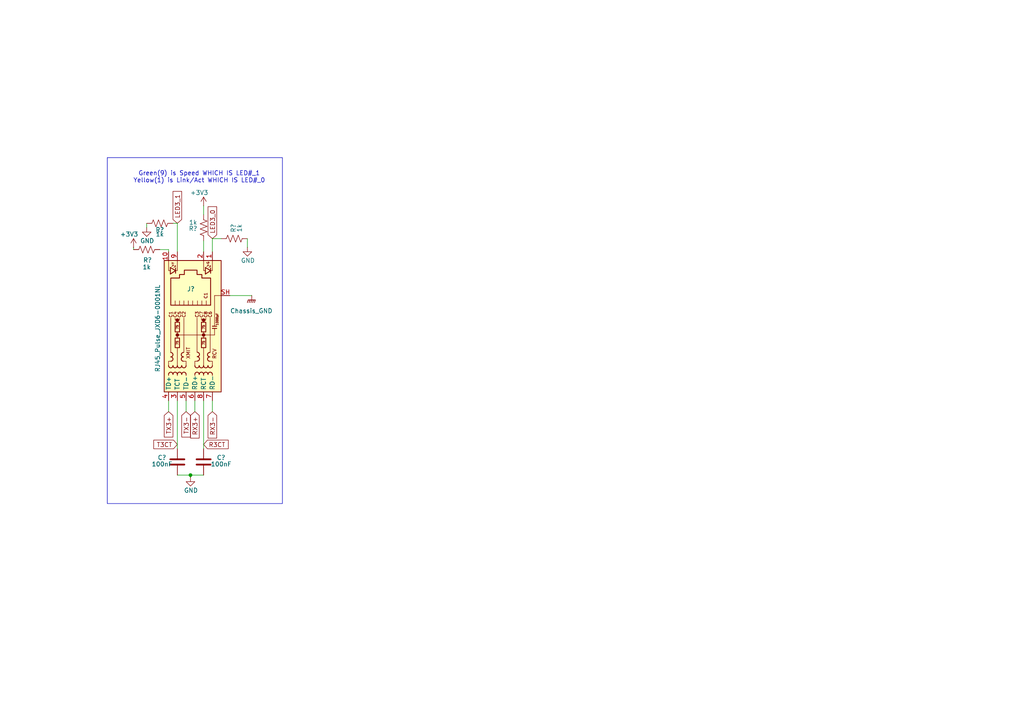
<source format=kicad_sch>
(kicad_sch (version 20250114) (generator "eeschema") (generator_version "9.0")
  (paper "A4")
  (title_block (date "2025-04-01") (rev "1") (company "Bronco Space") (comment 1 "SCALES") (comment 2 "By John Pollak"))
  (lib_symbols
    (symbol "Connector:RJ45_Pulse_JXD6-0001NL"
      (property "Reference" "J" (at 17.78 10.16 0))
      (property "Value" "RJ45_Pulse_JXD6-0001NL" (at -6.35 10.16 0))
      (symbol "RJ45_Pulse_JXD6-0001NL_0_0"
        (circle (center -1.27 5.08) (radius 0.0001) (stroke (width 0.508)))
        (polyline (pts (xy -1.27 5.08) (xy -1.27 -5.715)))
        (circle (center -1.27 -2.54) (radius 0.0001) (stroke (width 0.508)))
        (polyline (pts (xy 0.635 -5.08) (xy 0.635 -6.35)) (stroke (width 0.254)))
        (polyline (pts (xy 1.27 -5.08) (xy 1.27 -6.35)) (stroke (width 0.254)))
        (polyline (pts (xy 3.048 5.08) (xy 2.54 5.08)))
        (circle (center 3.048 5.08) (radius 0.0001) (stroke (width 0.508)))
        (polyline (pts (xy 3.048 -2.54) (xy 2.54 -2.54)))
        (circle (center 3.048 -2.54) (radius 0.0001) (stroke (width 0.508)))
        (polyline (pts (xy 3.683 5.715) (xy 3.048 5.715) (xy 3.048 4.445) (xy 3.683 4.445)))
        (polyline (pts (xy 3.683 -1.905) (xy 3.048 -1.905) (xy 3.048 -3.175) (xy 3.683 -3.175)))
        (polyline (pts (xy 17.399 7.112) (xy 17.399 7.62) (xy 20.32 7.62)))
        (polyline (pts (xy 17.399 -3.048) (xy 17.399 -2.54) (xy 20.32 -2.54)))
        (polyline (pts (xy 20.32 5.08) (xy 17.399 5.08) (xy 17.399 5.588)))
        (polyline (pts (xy 20.32 -5.08) (xy 17.399 -5.08) (xy 17.399 -4.572)))
        (text "XMIT" (at -8.255 1.905 0) (effects (font (size 1.016 1.016)) (justify left)))
        (text "RCV" (at -8.255 -5.715 0) (effects (font (size 1.016 1.016)) (justify left)))
        (text "C1" (at 4.699 6.985 0) (effects (font (size 0.889 0.889))))
        (text "C4" (at 4.699 5.715 0) (effects (font (size 0.889 0.889))))
        (text "C5" (at 4.699 4.445 0) (effects (font (size 0.889 0.889))))
        (text "C2" (at 4.699 3.175 0) (effects (font (size 0.889 0.889))))
        (text "C3" (at 4.699 -0.635 0) (effects (font (size 0.889 0.889))))
        (text "C7" (at 4.699 -1.905 0) (effects (font (size 0.889 0.889))))
        (text "C8" (at 4.699 -3.175 0) (effects (font (size 0.889 0.889))))
        (text "C6" (at 4.699 -4.445 0) (effects (font (size 0.889 0.889))))
        (text "C1" (at 10.16 -3.175 0) (effects (font (size 0.889 0.889))))
      )
      (symbol "RJ45_Pulse_JXD6-0001NL_0_1"
        (rectangle (start -17.78 8.89) (end 20.32 -7.62) (stroke (width 0.254)) (fill (type background)))
        (polyline (pts (xy -12.7 7.62) (xy -13.081 7.62)))
        (polyline (pts (xy -12.7 5.08) (xy -13.081 5.08)))
        (polyline (pts (xy -12.7 2.54) (xy -13.081 2.54)))
        (polyline (pts (xy -12.7 0) (xy -13.081 0)))
        (polyline (pts (xy -12.7 -2.54) (xy -13.081 -2.54)))
        (polyline (pts (xy -12.7 -5.08) (xy -13.081 -5.08)))
        (polyline (pts (xy -10.16 7.62) (xy -8.89 7.62) (xy -8.89 6.985)))
        (polyline (pts (xy -10.16 0) (xy -8.89 0) (xy -8.89 -0.635)))
        (polyline (pts (xy -8.89 3.175) (xy -8.89 2.54) (xy -10.16 2.54)))
        (polyline (pts (xy -8.89 -4.445) (xy -8.89 -5.08) (xy -10.16 -5.08)))
        (polyline (pts (xy -6.35 6.985) (xy 3.683 6.985)))
        (polyline (pts (xy -6.35 3.175) (xy 3.683 3.175)))
        (polyline (pts (xy -6.35 -4.445) (xy 3.683 -4.445)))
        (polyline (pts (xy -6.223 -0.635) (xy 3.683 -0.635)))
        (polyline (pts (xy -5.08 -2.54) (xy -10.16 -2.54)))
        (polyline (pts (xy -4.953 5.08) (xy -10.16 5.08)))
        (polyline (pts (xy -2.159 5.08) (xy -0.381 5.08)))
        (polyline (pts (xy -2.159 -2.54) (xy -0.381 -2.54)))
        (polyline (pts (xy 0.635 -5.715) (xy -1.27 -5.715)))
        (polyline (pts (xy 7.366 3.175) (xy 8.636 3.175)))
        (polyline (pts (xy 7.366 1.905) (xy 8.636 1.905)))
        (polyline (pts (xy 7.366 0.635) (xy 8.636 0.635)))
        (polyline (pts (xy 7.366 -0.762) (xy 8.636 -0.762)))
        (polyline (pts (xy 7.366 -2.032) (xy 8.636 -2.032)))
        (polyline (pts (xy 8.636 5.715) (xy 7.366 5.715)))
        (polyline (pts (xy 8.636 4.445) (xy 7.366 4.445)))
        (polyline (pts (xy 8.636 -3.302) (xy 7.366 -3.302)))
        (polyline (pts (xy 10.16 -5.715) (xy 1.27 -5.715)))
        (polyline (pts (xy 10.16 -5.715) (xy 10.16 -7.62)))
      )
      (symbol "RJ45_Pulse_JXD6-0001NL_1_0"
        (text "1000pF" (at 3.302 -6.477 0) (effects (font (size 0.635 0.635))))
      )
      (symbol "RJ45_Pulse_JXD6-0001NL_1_1"
        (arc (start -12.7 0) (mid -12.0677 -0.635) (end -12.7 -1.27) (stroke (width 0.254)))
        (arc (start -12.6973 7.62) (mid -12.065 6.985) (end -12.6973 6.35) (stroke (width 0.254)))
        (arc (start -12.6973 -1.27) (mid -12.065 -1.905) (end -12.6973 -2.54) (stroke (width 0.254)))
        (arc (start -12.6973 -2.54) (mid -12.065 -3.175) (end -12.6973 -3.81) (stroke (width 0.254)))
        (arc (start -12.6973 -3.81) (mid -12.065 -4.445) (end -12.6973 -5.08) (stroke (width 0.254)))
        (arc (start -12.6946 6.35) (mid -12.0623 5.715) (end -12.6946 5.08) (stroke (width 0.254)))
        (arc (start -12.6946 5.08) (mid -12.0623 4.445) (end -12.6946 3.81) (stroke (width 0.254)))
        (arc (start -12.6946 3.81) (mid -12.0623 3.175) (end -12.6946 2.54) (stroke (width 0.254)))
        (arc (start -10.1654 6.35) (mid -10.7977 6.985) (end -10.1654 7.62) (stroke (width 0.254)))
        (arc (start -10.1654 5.08) (mid -10.7977 5.715) (end -10.1654 6.35) (stroke (width 0.254)))
        (arc (start -10.1654 3.81) (mid -10.7977 4.445) (end -10.1654 5.08) (stroke (width 0.254)))
        (arc (start -10.1654 -1.27) (mid -10.7977 -0.635) (end -10.1654 0) (stroke (width 0.254)))
        (arc (start -10.1654 -2.54) (mid -10.7977 -1.905) (end -10.1654 -1.27) (stroke (width 0.254)))
        (arc (start -10.1654 -3.81) (mid -10.7977 -3.175) (end -10.1654 -2.54) (stroke (width 0.254)))
        (arc (start -10.1627 2.54) (mid -10.795 3.175) (end -10.1627 3.81) (stroke (width 0.254)))
        (arc (start -10.1627 -5.08) (mid -10.795 -4.445) (end -10.1627 -3.81) (stroke (width 0.254)))
        (arc (start -7.62 6.9823) (mid -8.255 6.35) (end -8.89 6.9823) (stroke (width 0.254)))
        (arc (start -8.89 3.3047) (mid -8.255 3.937) (end -7.62 3.3047) (stroke (width 0.254)))
        (arc (start -8.89 -4.3153) (mid -8.255 -3.683) (end -7.62 -4.3153) (stroke (width 0.254)))
        (arc (start -7.5565 -0.7012) (mid -8.1915 -1.3335) (end -8.8265 -0.7012) (stroke (width 0.254)))
        (arc (start -6.35 6.985) (mid -6.985 6.3527) (end -7.62 6.985) (stroke (width 0.254)))
        (arc (start -7.62 3.3074) (mid -6.985 3.9397) (end -6.35 3.3074) (stroke (width 0.254)))
        (arc (start -7.62 -4.3126) (mid -6.985 -3.6803) (end -6.35 -4.3126) (stroke (width 0.254)))
        (arc (start -6.2865 -0.6985) (mid -6.9215 -1.3308) (end -7.5565 -0.6985) (stroke (width 0.254)))
        (rectangle (start -4.953 5.715) (end -2.159 4.445) (stroke (width 0.254)))
        (rectangle (start -4.953 -1.905) (end -2.159 -3.175) (stroke (width 0.254)))
        (rectangle (start -0.381 5.715) (end 2.413 4.445) (stroke (width 0.254)))
        (rectangle (start -0.381 -1.905) (end 2.413 -3.175) (stroke (width 0.254)))
        (polyline (pts (xy 7.366 -4.572) (xy 7.366 6.985) (xy 15.24 6.985) (xy 15.24 4.445) (xy 16.256 4.445) (xy 16.256 3.048) (xy 17.526 3.048) (xy 17.526 -0.635) (xy 16.256 -0.635) (xy 16.256 -2.032) (xy 15.24 -2.032) (xy 15.24 -4.572) (xy 7.366 -4.572)) (stroke (width 0.254)))
        (polyline (pts (xy 18.161 5.588) (xy 16.637 5.588)) (stroke (width 0.254)))
        (polyline (pts (xy 18.161 -4.572) (xy 16.637 -4.572)) (stroke (width 0.254)))
        (polyline (pts (xy 18.288 7.112) (xy 16.383 7.112) (xy 17.399 5.588) (xy 18.288 7.112)) (stroke (width 0.254)))
        (polyline (pts (xy 18.288 6.096) (xy 18.796 5.588) (xy 18.542 5.588)))
        (polyline (pts (xy 18.288 -3.048) (xy 16.383 -3.048) (xy 17.399 -4.572) (xy 18.288 -3.048)) (stroke (width 0.254)))
        (polyline (pts (xy 18.288 -4.064) (xy 18.796 -4.572) (xy 18.542 -4.572)))
        (polyline (pts (xy 18.542 6.731) (xy 19.05 6.223) (xy 18.796 6.223)))
        (polyline (pts (xy 18.542 -3.429) (xy 19.05 -3.937) (xy 18.796 -3.937)))
        (polyline (pts (xy 18.796 5.588) (xy 18.796 5.842)))
        (polyline (pts (xy 18.796 -4.572) (xy 18.796 -4.318)))
        (polyline (pts (xy 19.05 6.223) (xy 19.05 6.477)))
        (polyline (pts (xy 19.05 -3.937) (xy 19.05 -3.683)))
        (text "75" (at -3.556 5.08 0) (effects (font (size 0.635 0.635))))
        (text "75" (at -3.556 -2.54 0) (effects (font (size 0.635 0.635))))
        (text "75" (at 1.016 5.08 0) (effects (font (size 0.635 0.635))))
        (text "75" (at 1.016 -2.54 0) (effects (font (size 0.635 0.635))))
        (text "Y" (at 19.558 6.35 0) (effects (font (size 0.635 0.635))))
        (text "G" (at 19.685 -3.81 0) (effects (font (size 0.635 0.635))))
        (pin passive line (at -20.32 7.62 0) (length 2.54) (name "TD+") (number "4"))
        (pin passive line (at -20.32 5.08 0) (length 2.54) (name "TCT") (number "3"))
        (pin passive line (at -20.32 2.54 0) (length 2.54) (name "TD-") (number "5"))
        (pin passive line (at -20.32 0 0) (length 2.54) (name "RD+") (number "6"))
        (pin passive line (at -20.32 -2.54 0) (length 2.54) (name "RCT") (number "8"))
        (pin passive line (at -20.32 -5.08 0) (length 2.54) (name "RD-") (number "7"))
        (pin power_in line (at 10.16 -10.16 90) (length 2.54) (name "") (number "SH"))
        (pin passive line (at 22.86 7.62 180) (length 2.54) (name "") (number "10"))
        (pin passive line (at 22.86 5.08 180) (length 2.54) (name "") (number "9"))
        (pin passive line (at 22.86 -2.54 180) (length 2.54) (name "") (number "2"))
        (pin passive line (at 22.86 -5.08 180) (length 2.54) (name "") (number "1"))
      )
    )
    (symbol "Device:C" (pin_numbers (hide yes)) (pin_names (offset 0.254))
      (property "Reference" "C" (at 0.635 2.54 0))
      (property "Value" "C" (at 0.635 -2.54 0))
      (symbol "C_0_1"
        (polyline (pts (xy -2.032 0.762) (xy 2.032 0.762)) (stroke (width 0.508)))
        (polyline (pts (xy -2.032 -0.762) (xy 2.032 -0.762)) (stroke (width 0.508)))
      )
      (symbol "C_1_1"
        (pin passive line (at 0 3.81 270) (length 2.794) (name "~") (number "1"))
        (pin passive line (at 0 -3.81 90) (length 2.794) (name "~") (number "2"))
      )
    )
    (symbol "Device:R_US" (pin_numbers (hide yes)) (pin_names (offset 0))
      (property "Reference" "R" (at 2.54 0 90))
      (property "Value" "R_US" (at -2.54 0 90))
      (symbol "R_US_0_1"
        (polyline (pts (xy 0 2.286) (xy 0 2.54)))
        (polyline (pts (xy 0 2.286) (xy 1.016 1.905) (xy 0 1.524) (xy -1.016 1.143) (xy 0 0.762)))
        (polyline (pts (xy 0 0.762) (xy 1.016 0.381) (xy 0 0) (xy -1.016 -0.381) (xy 0 -0.762)))
        (polyline (pts (xy 0 -0.762) (xy 1.016 -1.143) (xy 0 -1.524) (xy -1.016 -1.905) (xy 0 -2.286)))
        (polyline (pts (xy 0 -2.286) (xy 0 -2.54)))
      )
      (symbol "R_US_1_1"
        (pin passive line (at 0 3.81 270) (length 1.27) (name "~") (number "1"))
        (pin passive line (at 0 -3.81 90) (length 1.27) (name "~") (number "2"))
      )
    )
    (symbol "power:+3V3" (power) (pin_numbers (hide yes)) (pin_names (offset 0) (hide yes))
      (property "Value" "+3V3" (at 0 3.556 0))
      (symbol "+3V3_0_1"
        (polyline (pts (xy -0.762 1.27) (xy 0 2.54)))
        (polyline (pts (xy 0 2.54) (xy 0.762 1.27)))
        (polyline (pts (xy 0 0) (xy 0 2.54)))
      )
      (symbol "+3V3_1_1"
        (pin power_in line (at 0 0 90) (length 0) (name "~") (number "1"))
      )
    )
    (symbol "power:GND" (power) (pin_numbers (hide yes)) (pin_names (offset 0) (hide yes))
      (property "Value" "GND" (at 0 -3.81 0))
      (symbol "GND_0_1"
        (polyline (pts (xy 0 0) (xy 0 -1.27) (xy 1.27 -1.27) (xy 0 -2.54) (xy -1.27 -1.27) (xy 0 -1.27)))
      )
      (symbol "GND_1_1"
        (pin power_in line (at 0 0 270) (length 0) (name "~") (number "1"))
      )
    )
    (symbol "power:GNDPWR" (power) (pin_numbers (hide yes)) (pin_names (offset 0) (hide yes))
      (property "Value" "GNDPWR" (at 0 -3.302 0))
      (symbol "GNDPWR_0_1"
        (polyline (pts (xy -1.016 -1.27) (xy -1.27 -2.032) (xy -1.27 -2.032)) (stroke (width 0.2032)))
        (polyline (pts (xy -0.508 -1.27) (xy -0.762 -2.032) (xy -0.762 -2.032)) (stroke (width 0.2032)))
        (polyline (pts (xy 0 -1.27) (xy 0 0)))
        (polyline (pts (xy 0 -1.27) (xy -0.254 -2.032) (xy -0.254 -2.032)) (stroke (width 0.2032)))
        (polyline (pts (xy 0.508 -1.27) (xy 0.254 -2.032) (xy 0.254 -2.032)) (stroke (width 0.2032)))
        (polyline (pts (xy 1.016 -1.27) (xy -1.016 -1.27) (xy -1.016 -1.27)) (stroke (width 0.2032)))
        (polyline (pts (xy 1.016 -1.27) (xy 0.762 -2.032) (xy 0.762 -2.032) (xy 0.762 -2.032)) (stroke (width 0.2032)))
      )
      (symbol "GNDPWR_1_1"
        (pin power_in line (at 0 0 270) (length 0) (name "~") (number "1"))
      )
    )
  )
  (rectangle (start 31.115 45.72) (end 81.915 146.05))
  (text "Green(9) is Speed WHICH IS LED#_1\nYellow(1) is Link/Act WHICH IS LED#_0\n" (at 57.785 51.435 0) (effects (font (size 1.27 1.27))))
  (junction (at 55.245 137.795))
  (wire (pts (xy 56.515 119.38) (xy 56.515 116.205)))
  (wire (pts (xy 61.595 119.38) (xy 61.595 116.205)))
  (wire (pts (xy 42.545 64.77) (xy 42.545 66.04)))
  (wire (pts (xy 51.435 64.77) (xy 51.435 73.025)))
  (wire (pts (xy 71.755 69.215) (xy 71.755 71.755)))
  (wire (pts (xy 46.355 72.39) (xy 48.895 72.39)))
  (wire (pts (xy 51.435 116.205) (xy 51.435 130.175)))
  (wire (pts (xy 59.055 116.205) (xy 59.055 130.175)))
  (wire (pts (xy 59.055 59.69) (xy 59.055 62.23)))
  (wire (pts (xy 59.055 69.85) (xy 59.055 73.025)))
  (wire (pts (xy 66.675 85.725) (xy 73.025 85.725)))
  (wire (pts (xy 55.245 137.795) (xy 55.245 138.43)))
  (wire (pts (xy 61.595 73.025) (xy 61.595 69.215)))
  (wire (pts (xy 53.975 119.38) (xy 53.975 116.205)))
  (wire (pts (xy 61.595 69.215) (xy 64.135 69.215)))
  (wire (pts (xy 55.245 137.795) (xy 59.055 137.795)))
  (wire (pts (xy 51.435 137.795) (xy 55.245 137.795)))
  (wire (pts (xy 50.165 64.77) (xy 51.435 64.77)))
  (wire (pts (xy 48.895 72.39) (xy 48.895 73.025)))
  (wire (pts (xy 48.895 119.38) (xy 48.895 116.205)))
  (wire (pts (xy 38.735 71.755) (xy 38.735 72.39)))
  (global_label "LED3_0" (shape input) (at 61.595 69.215 90) (property "Intersheetrefs" "${INTERSHEET_REFS}" (effects (hide yes))))
  (global_label "TX3+" (shape input) (at 48.895 119.38 270) (property "Intersheetrefs" "${INTERSHEET_REFS}" (effects (hide yes))) (property "Netclass" "DP_100R_TOP" (effects (hide yes))))
  (global_label "RX3+" (shape input) (at 56.515 119.38 270) (property "Intersheetrefs" "${INTERSHEET_REFS}" (effects (hide yes))) (property "Netclass" "DP_100R_TOP" (effects (hide yes))))
  (global_label "LED3_1" (shape input) (at 51.435 64.77 90) (property "Intersheetrefs" "${INTERSHEET_REFS}" (effects (hide yes))))
  (global_label "TX3-" (shape input) (at 53.975 119.38 270) (property "Intersheetrefs" "${INTERSHEET_REFS}" (effects (hide yes))) (property "Netclass" "DP_100R_TOP" (effects (hide yes))))
  (global_label "T3CT" (shape input) (at 51.435 128.905 180) (property "Intersheetrefs" "${INTERSHEET_REFS}" (effects (hide yes))))
  (global_label "RX3-" (shape input) (at 61.595 119.38 270) (property "Intersheetrefs" "${INTERSHEET_REFS}" (effects (hide yes))) (property "Netclass" "DP_100R_TOP" (effects (hide yes))))
  (global_label "R3CT" (shape input) (at 59.055 128.905 0) (property "Intersheetrefs" "${INTERSHEET_REFS}" (effects (hide yes))))
  (symbol (lib_id "Connector:RJ45_Pulse_JXD6-0001NL") (at 56.515 95.885 90) (unit 1)
    (property "Reference" "J?" (at 56.515 83.82 90) (effects (justify left)))
    (property "Value" "RJ45_Pulse_JXD6-0001NL" (at 45.72 107.95 0) (effects (justify left)))
    (property "Footprint" "Connector_RJ:RJ45_Pulse_JXD6-0001NL_Horizontal" (effects (hide yes)))
    (property "Datasheet" "https://productfinder.pulseeng.com/doc_type/WEB301/doc_num/JXD6-0001NL/doc_part/JXD6-0001NL.pdf" (effects (hide yes)))
    (property "Description" "LAN Transformer Jack, RJ45, 10/100 BaseT" (effects (hide yes)))
    (property "LCSC link" "https://lcsc.com/product-detail/Ethernet-Connectors-Modular-Connectors-RJ45-RJ11_Pulse-Elec-JXD6-0001NL_C5359047.html?s_z=n_C5359047" (effects (hide yes)))
  )
  (symbol (lib_id "Device:R_US") (at 46.355 64.77 270) (unit 1)
    (property "Reference" "R?" (at 46.355 66.675 90))
    (property "Value" "1k" (at 46.355 67.945 90))
    (property "Footprint" "Resistor_SMD:R_0603_1608Metric" (effects (hide yes)))
    (property "Description" "Resistor, US symbol" (effects (hide yes)))
  )
  (symbol (lib_id "power:GNDPWR") (at 73.025 85.725 0) (unit 1)
    (property "Reference" "#PWR?" (effects (hide yes)))
    (property "Value" "Chassis_GND" (at 72.898 90.17 0))
    (property "Description" "Power symbol creates a global label with name \"GNDPWR\" , global ground" (effects (hide yes)))
  )
  (symbol (lib_id "Device:R_US") (at 67.945 69.215 90) (unit 1)
    (property "Reference" "R?" (at 67.691 66.167 0))
    (property "Value" "1k" (at 69.469 66.167 0))
    (property "Footprint" "Resistor_SMD:R_0603_1608Metric" (effects (hide yes)))
    (property "Description" "Resistor, US symbol" (effects (hide yes)))
  )
  (symbol (lib_id "Device:R_US") (at 59.055 66.04 180) (unit 1)
    (property "Reference" "R?" (at 56.007 66.294 0))
    (property "Value" "1k" (at 56.007 64.516 0))
    (property "Footprint" "Resistor_SMD:R_0603_1608Metric" (effects (hide yes)))
    (property "Description" "Resistor, US symbol" (effects (hide yes)))
  )
  (symbol (lib_id "Device:C") (at 59.055 133.985 0) (unit 1)
    (property "Reference" "C?" (at 64.135 132.715 0))
    (property "Value" "100nF" (at 64.135 134.62 0))
    (property "Footprint" "Capacitor_SMD:C_0402_1005Metric" (effects (hide yes)))
    (property "Description" "Unpolarized capacitor" (effects (hide yes)))
  )
  (symbol (lib_id "power:GND") (at 42.545 66.04 0) (unit 1)
    (property "Reference" "#PWR?" (effects (hide yes)))
    (property "Value" "GND" (at 40.64 69.85 0) (effects (justify left)))
    (property "Description" "Power symbol creates a global label with name \"GND\" , ground" (effects (hide yes)))
  )
  (symbol (lib_id "Device:R_US") (at 42.545 72.39 270) (unit 1)
    (property "Reference" "R?" (at 42.799 75.438 90))
    (property "Value" "1k" (at 42.545 77.47 90))
    (property "Footprint" "Resistor_SMD:R_0603_1608Metric" (effects (hide yes)))
    (property "Description" "Resistor, US symbol" (effects (hide yes)))
  )
  (symbol (lib_id "power:+3V3") (at 38.735 71.755 0) (unit 1)
    (property "Reference" "#PWR?" (effects (hide yes)))
    (property "Value" "+3V3" (at 37.465 67.945 0))
    (property "Description" "Power symbol creates a global label with name \"+3V3\"" (effects (hide yes)))
  )
  (symbol (lib_id "power:GND") (at 71.755 71.755 0) (unit 1)
    (property "Reference" "#PWR?" (effects (hide yes)))
    (property "Value" "GND" (at 69.85 75.565 0) (effects (justify left)))
    (property "Description" "Power symbol creates a global label with name \"GND\" , ground" (effects (hide yes)))
  )
  (symbol (lib_id "power:GND") (at 55.245 138.43 0) (unit 1)
    (property "Reference" "#PWR?" (effects (hide yes)))
    (property "Value" "GND" (at 53.34 142.24 0) (effects (justify left)))
    (property "Description" "Power symbol creates a global label with name \"GND\" , ground" (effects (hide yes)))
  )
  (symbol (lib_id "power:+3V3") (at 59.055 59.69 0) (unit 1)
    (property "Reference" "#PWR?" (effects (hide yes)))
    (property "Value" "+3V3" (at 57.785 55.88 0))
    (property "Description" "Power symbol creates a global label with name \"+3V3\"" (effects (hide yes)))
  )
  (symbol (lib_id "Device:C") (at 51.435 133.985 0) (unit 1)
    (property "Reference" "C?" (at 46.99 132.715 0))
    (property "Value" "100nF" (at 46.99 134.62 0))
    (property "Footprint" "Capacitor_SMD:C_0402_1005Metric" (effects (hide yes)))
    (property "Description" "Unpolarized capacitor" (effects (hide yes)))
  )
)
</source>
